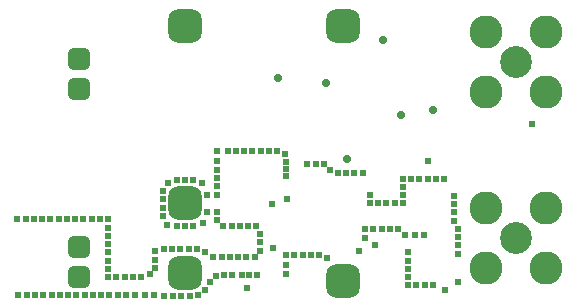
<source format=gbs>
%FSLAX44Y44*%
%MOMM*%
G71*
G01*
G75*
G04 Layer_Color=16711935*
%ADD10R,0.5000X0.6000*%
%ADD11R,0.7000X0.9000*%
%ADD12R,1.0500X0.6000*%
%ADD13R,0.3000X0.5000*%
%ADD14R,0.5000X0.3000*%
%ADD15R,0.9000X0.7000*%
%ADD16R,0.6000X0.5000*%
%ADD17R,0.4500X0.3500*%
%ADD18R,0.6000X0.8000*%
%ADD19R,0.9000X0.8000*%
%ADD20C,0.5000*%
%ADD21C,0.2000*%
%ADD22C,0.3000*%
%ADD23C,0.1500*%
%ADD24C,0.2500*%
G04:AMPARAMS|DCode=25|XSize=1.7mm|YSize=1.7mm|CornerRadius=0.425mm|HoleSize=0mm|Usage=FLASHONLY|Rotation=270.000|XOffset=0mm|YOffset=0mm|HoleType=Round|Shape=RoundedRectangle|*
%AMROUNDEDRECTD25*
21,1,1.7000,0.8500,0,0,270.0*
21,1,0.8500,1.7000,0,0,270.0*
1,1,0.8500,-0.4250,-0.4250*
1,1,0.8500,-0.4250,0.4250*
1,1,0.8500,0.4250,0.4250*
1,1,0.8500,0.4250,-0.4250*
%
%ADD25ROUNDEDRECTD25*%
G04:AMPARAMS|DCode=26|XSize=2.6mm|YSize=2.6mm|CornerRadius=0.65mm|HoleSize=0mm|Usage=FLASHONLY|Rotation=270.000|XOffset=0mm|YOffset=0mm|HoleType=Round|Shape=RoundedRectangle|*
%AMROUNDEDRECTD26*
21,1,2.6000,1.3000,0,0,270.0*
21,1,1.3000,2.6000,0,0,270.0*
1,1,1.3000,-0.6500,-0.6500*
1,1,1.3000,-0.6500,0.6500*
1,1,1.3000,0.6500,0.6500*
1,1,1.3000,0.6500,-0.6500*
%
%ADD26ROUNDEDRECTD26*%
%ADD27C,2.6000*%
%ADD28C,2.5000*%
%ADD29C,0.4000*%
%ADD30C,0.5000*%
%ADD31C,0.1000*%
%ADD32C,0.2540*%
%ADD33R,0.7032X0.8032*%
%ADD34R,0.9032X1.1032*%
%ADD35R,1.2532X0.8032*%
%ADD36R,0.5032X0.7032*%
%ADD37R,0.7032X0.5032*%
%ADD38R,1.1032X0.9032*%
%ADD39R,0.8032X0.7032*%
%ADD40R,0.8032X1.0032*%
%ADD41R,1.1032X1.0032*%
G04:AMPARAMS|DCode=42|XSize=1.9032mm|YSize=1.9032mm|CornerRadius=0.5266mm|HoleSize=0mm|Usage=FLASHONLY|Rotation=270.000|XOffset=0mm|YOffset=0mm|HoleType=Round|Shape=RoundedRectangle|*
%AMROUNDEDRECTD42*
21,1,1.9032,0.8500,0,0,270.0*
21,1,0.8500,1.9032,0,0,270.0*
1,1,1.0532,-0.4250,-0.4250*
1,1,1.0532,-0.4250,0.4250*
1,1,1.0532,0.4250,0.4250*
1,1,1.0532,0.4250,-0.4250*
%
%ADD42ROUNDEDRECTD42*%
G04:AMPARAMS|DCode=43|XSize=2.8032mm|YSize=2.8032mm|CornerRadius=0.7516mm|HoleSize=0mm|Usage=FLASHONLY|Rotation=270.000|XOffset=0mm|YOffset=0mm|HoleType=Round|Shape=RoundedRectangle|*
%AMROUNDEDRECTD43*
21,1,2.8032,1.3000,0,0,270.0*
21,1,1.3000,2.8032,0,0,270.0*
1,1,1.5032,-0.6500,-0.6500*
1,1,1.5032,-0.6500,0.6500*
1,1,1.5032,0.6500,0.6500*
1,1,1.5032,0.6500,-0.6500*
%
%ADD43ROUNDEDRECTD43*%
%ADD44C,2.8032*%
%ADD45C,2.7032*%
%ADD46C,0.6032*%
%ADD47C,0.7032*%
D42*
X61000Y41600D02*
D03*
Y67000D02*
D03*
Y200600D02*
D03*
Y226000D02*
D03*
D43*
X151000Y103500D02*
D03*
Y254000D02*
D03*
X151000Y45000D02*
D03*
X285000Y254000D02*
D03*
X285000Y38000D02*
D03*
D44*
X456400Y197600D02*
D03*
X405600D02*
D03*
X456400Y248400D02*
D03*
X405600D02*
D03*
X456400Y48600D02*
D03*
X405600D02*
D03*
X456400Y99400D02*
D03*
X405600D02*
D03*
D45*
X431000Y223000D02*
D03*
Y74000D02*
D03*
D46*
X10000Y26000D02*
D03*
X17000D02*
D03*
X24000D02*
D03*
X31000D02*
D03*
X38000D02*
D03*
X45000D02*
D03*
X52000D02*
D03*
X59000D02*
D03*
X66000D02*
D03*
X73000D02*
D03*
X80000D02*
D03*
X9000Y90000D02*
D03*
X16000D02*
D03*
X23000D02*
D03*
X30000D02*
D03*
X37000D02*
D03*
X44000D02*
D03*
X51000D02*
D03*
X58000D02*
D03*
X65000D02*
D03*
X72000D02*
D03*
X79000D02*
D03*
X86000D02*
D03*
Y83000D02*
D03*
Y76000D02*
D03*
Y69000D02*
D03*
Y62000D02*
D03*
Y55000D02*
D03*
Y48000D02*
D03*
X87000Y26000D02*
D03*
X94000D02*
D03*
X86000Y41000D02*
D03*
X93000D02*
D03*
X371000Y30200D02*
D03*
X298500Y63000D02*
D03*
X165000Y121000D02*
D03*
X158000Y123000D02*
D03*
X151000D02*
D03*
X144000D02*
D03*
Y84000D02*
D03*
X151000D02*
D03*
X158000D02*
D03*
X166000Y87000D02*
D03*
X170000Y96000D02*
D03*
Y111000D02*
D03*
X141000Y25000D02*
D03*
X148000D02*
D03*
X155000D02*
D03*
X162000Y26000D02*
D03*
X168000Y30000D02*
D03*
X172000Y37000D02*
D03*
X177000Y42000D02*
D03*
X184000Y43000D02*
D03*
X140000Y65000D02*
D03*
X147000D02*
D03*
X154000D02*
D03*
X161000D02*
D03*
X168000Y62000D02*
D03*
X175000Y58000D02*
D03*
X182000D02*
D03*
X189000D02*
D03*
X203500Y32000D02*
D03*
X356500Y139500D02*
D03*
X225000Y103000D02*
D03*
X225500Y65500D02*
D03*
X311500Y68500D02*
D03*
X178000Y111000D02*
D03*
X178500Y96500D02*
D03*
X264500Y59500D02*
D03*
X268500Y136500D02*
D03*
X273500Y131500D02*
D03*
X178000Y118000D02*
D03*
Y125000D02*
D03*
X215000Y148000D02*
D03*
X222000D02*
D03*
X229000D02*
D03*
X235500Y145500D02*
D03*
X236500Y138500D02*
D03*
Y132500D02*
D03*
Y126500D02*
D03*
X178500Y89500D02*
D03*
X183500Y84500D02*
D03*
X190500D02*
D03*
X197500D02*
D03*
X204500D02*
D03*
X211500D02*
D03*
X196000Y58000D02*
D03*
X203000D02*
D03*
X210000D02*
D03*
X191000Y43000D02*
D03*
X199000D02*
D03*
X205000D02*
D03*
X212000D02*
D03*
X214500Y63500D02*
D03*
Y70500D02*
D03*
Y77500D02*
D03*
X236500Y43500D02*
D03*
Y51500D02*
D03*
Y59500D02*
D03*
X243500D02*
D03*
X250500D02*
D03*
X257500D02*
D03*
X271500Y57500D02*
D03*
X303500Y74500D02*
D03*
Y81500D02*
D03*
X310500D02*
D03*
X317500D02*
D03*
X324500D02*
D03*
X331500D02*
D03*
X337500Y76500D02*
D03*
X345500D02*
D03*
X353500D02*
D03*
X370500Y124500D02*
D03*
X363500D02*
D03*
X356500D02*
D03*
X349500D02*
D03*
X342500D02*
D03*
X335500D02*
D03*
Y117500D02*
D03*
Y110500D02*
D03*
Y103500D02*
D03*
X328500D02*
D03*
X321500D02*
D03*
X314500D02*
D03*
X307500D02*
D03*
Y110500D02*
D03*
X301500Y129500D02*
D03*
X294500D02*
D03*
X287500D02*
D03*
X280500D02*
D03*
X261500Y136500D02*
D03*
X254500D02*
D03*
X136000Y85000D02*
D03*
X137000Y121000D02*
D03*
X132000Y114000D02*
D03*
Y100000D02*
D03*
Y107000D02*
D03*
Y93000D02*
D03*
X445000Y170500D02*
D03*
X133000Y25000D02*
D03*
X125000Y26000D02*
D03*
X117000D02*
D03*
X109000D02*
D03*
X101000D02*
D03*
X126000Y63000D02*
D03*
Y56000D02*
D03*
X126000Y49000D02*
D03*
X121000Y44000D02*
D03*
X114000Y41000D02*
D03*
X107000D02*
D03*
X100000D02*
D03*
X379000Y110000D02*
D03*
Y103000D02*
D03*
Y96000D02*
D03*
Y89000D02*
D03*
X382000Y82000D02*
D03*
Y75000D02*
D03*
Y68000D02*
D03*
Y61000D02*
D03*
Y37000D02*
D03*
X340000Y62000D02*
D03*
Y55000D02*
D03*
Y48000D02*
D03*
Y41000D02*
D03*
Y34000D02*
D03*
X347000D02*
D03*
X354000D02*
D03*
X361000D02*
D03*
X178000Y132000D02*
D03*
Y139000D02*
D03*
Y148000D02*
D03*
X187000D02*
D03*
X194000D02*
D03*
X201000D02*
D03*
X208000D02*
D03*
X237000Y107000D02*
D03*
X133000Y65000D02*
D03*
D47*
X361000Y183000D02*
D03*
X230000Y210000D02*
D03*
X288500Y141500D02*
D03*
X333500Y178500D02*
D03*
X270500Y205500D02*
D03*
X319000Y242000D02*
D03*
M02*

</source>
